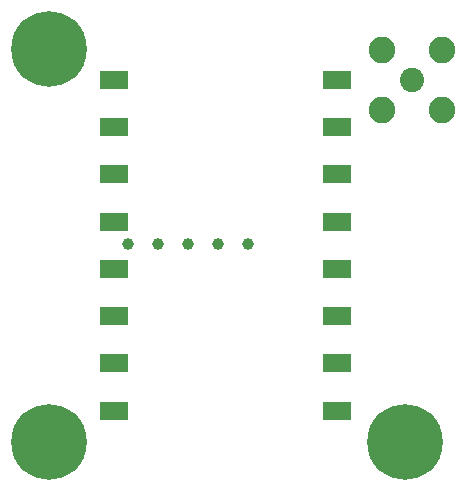
<source format=gbs>
G04 #@! TF.GenerationSoftware,KiCad,Pcbnew,7.0.5-0*
G04 #@! TF.CreationDate,2023-07-15T01:27:44-04:00*
G04 #@! TF.ProjectId,strato_connect,73747261-746f-45f6-936f-6e6e6563742e,rev?*
G04 #@! TF.SameCoordinates,Original*
G04 #@! TF.FileFunction,Soldermask,Bot*
G04 #@! TF.FilePolarity,Negative*
%FSLAX46Y46*%
G04 Gerber Fmt 4.6, Leading zero omitted, Abs format (unit mm)*
G04 Created by KiCad (PCBNEW 7.0.5-0) date 2023-07-15 01:27:44*
%MOMM*%
%LPD*%
G01*
G04 APERTURE LIST*
%ADD10C,2.050000*%
%ADD11C,2.250000*%
%ADD12C,1.000000*%
%ADD13C,0.800000*%
%ADD14C,6.400000*%
%ADD15R,2.400000X1.500000*%
G04 APERTURE END LIST*
D10*
X175133000Y-63800000D03*
D11*
X172593000Y-61260000D03*
X172593000Y-66340000D03*
X177673000Y-61260000D03*
X177673000Y-66340000D03*
D12*
X153615000Y-77680000D03*
D13*
X172100000Y-94500000D03*
X172802944Y-92802944D03*
X172802944Y-96197056D03*
X174500000Y-92100000D03*
D14*
X174500000Y-94500000D03*
D13*
X174500000Y-96900000D03*
X176197056Y-92802944D03*
X176197056Y-96197056D03*
X176900000Y-94500000D03*
D12*
X151075000Y-77680000D03*
D13*
X141986000Y-94500000D03*
X142688944Y-92802944D03*
X142688944Y-96197056D03*
X144386000Y-92100000D03*
D14*
X144386000Y-94500000D03*
D13*
X144386000Y-96900000D03*
X146083056Y-92802944D03*
X146083056Y-96197056D03*
X146786000Y-94500000D03*
X142000000Y-61200000D03*
X142702944Y-59502944D03*
X142702944Y-62897056D03*
X144400000Y-58800000D03*
D14*
X144400000Y-61200000D03*
D13*
X144400000Y-63600000D03*
X146097056Y-59502944D03*
X146097056Y-62897056D03*
X146800000Y-61200000D03*
D12*
X158695000Y-77680000D03*
X161235000Y-77680000D03*
X156155000Y-77680000D03*
D15*
X168760000Y-63800000D03*
X168760000Y-67800000D03*
X168760000Y-71800000D03*
X168760000Y-75800000D03*
X168760000Y-79800000D03*
X168760000Y-83800000D03*
X168760000Y-87800000D03*
X168760000Y-91800000D03*
X149910000Y-91800000D03*
X149910000Y-87800000D03*
X149910000Y-83800000D03*
X149910000Y-79800000D03*
X149910000Y-75800000D03*
X149910000Y-71800000D03*
X149910000Y-67800000D03*
X149910000Y-63800000D03*
M02*

</source>
